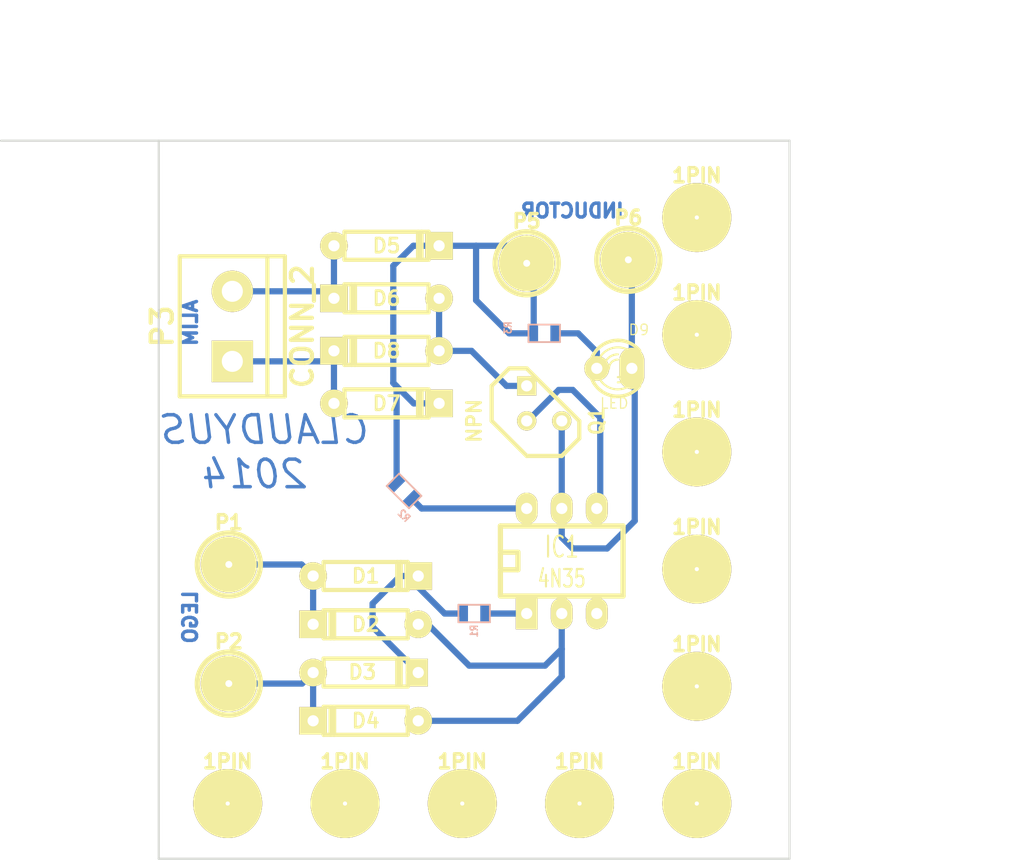
<source format=kicad_pcb>
(kicad_pcb (version 3) (host pcbnew "(2013-mar-13)-testing")

  (general
    (links 25)
    (no_connects 0)
    (area 143.434999 92.634999 200.735001 144.855001)
    (thickness 1.6)
    (drawings 10)
    (tracks 68)
    (zones 0)
    (modules 29)
    (nets 14)
  )

  (page A4)
  (title_block
    (title "Lego Mag")
    (date "23 lug 2014")
    (rev 1)
    (company "Claudio Mignanti")
  )

  (layers
    (15 F.Cu signal)
    (0 B.Cu signal)
    (16 B.Adhes user)
    (17 F.Adhes user)
    (18 B.Paste user)
    (19 F.Paste user)
    (20 B.SilkS user)
    (21 F.SilkS user)
    (22 B.Mask user)
    (23 F.Mask user)
    (24 Dwgs.User user)
    (25 Cmts.User user)
    (26 Eco1.User user)
    (27 Eco2.User user)
    (28 Edge.Cuts user)
  )

  (setup
    (last_trace_width 0.45)
    (trace_clearance 0.34)
    (zone_clearance 0.508)
    (zone_45_only no)
    (trace_min 0.254)
    (segment_width 0.2)
    (edge_width 0.15)
    (via_size 0.889)
    (via_drill 0.635)
    (via_min_size 0.889)
    (via_min_drill 0.508)
    (uvia_size 0.508)
    (uvia_drill 0.127)
    (uvias_allowed no)
    (uvia_min_size 0.508)
    (uvia_min_drill 0.127)
    (pcb_text_width 0.3)
    (pcb_text_size 1 1)
    (mod_edge_width 0.15)
    (mod_text_size 1 1)
    (mod_text_width 0.15)
    (pad_size 3 3)
    (pad_drill 1.524)
    (pad_to_mask_clearance 0)
    (aux_axis_origin 0 0)
    (visible_elements FFFFFF7F)
    (pcbplotparams
      (layerselection 3178497)
      (usegerberextensions true)
      (excludeedgelayer true)
      (linewidth 0.150000)
      (plotframeref false)
      (viasonmask false)
      (mode 1)
      (useauxorigin false)
      (hpglpennumber 1)
      (hpglpenspeed 20)
      (hpglpendiameter 15)
      (hpglpenoverlay 2)
      (psnegative false)
      (psa4output false)
      (plotreference true)
      (plotvalue true)
      (plotothertext true)
      (plotinvisibletext false)
      (padsonsilk false)
      (subtractmaskfromsilk false)
      (outputformat 1)
      (mirror false)
      (drillshape 1)
      (scaleselection 1)
      (outputdirectory ""))
  )

  (net 0 "")
  (net 1 GND)
  (net 2 N-000001)
  (net 3 N-0000010)
  (net 4 N-0000011)
  (net 5 N-0000012)
  (net 6 N-0000013)
  (net 7 N-0000014)
  (net 8 N-0000015)
  (net 9 N-000004)
  (net 10 N-000005)
  (net 11 N-000006)
  (net 12 N-000007)
  (net 13 N-000008)

  (net_class Default "Questo è il gruppo di collegamenti predefinito"
    (clearance 0.34)
    (trace_width 0.45)
    (via_dia 0.889)
    (via_drill 0.635)
    (uvia_dia 0.508)
    (uvia_drill 0.127)
    (add_net "")
    (add_net GND)
    (add_net N-000001)
    (add_net N-0000010)
    (add_net N-0000011)
    (add_net N-0000012)
    (add_net N-0000013)
    (add_net N-0000014)
    (add_net N-0000015)
    (add_net N-000004)
    (add_net N-000005)
    (add_net N-000006)
    (add_net N-000007)
    (add_net N-000008)
  )

  (module 1pin (layer F.Cu) (tedit 53D01957) (tstamp 53D074A6)
    (at 193.94 98.28)
    (descr "module 1 pin (ou trou mecanique de percage)")
    (tags DEV)
    (path 1pin)
    (fp_text reference 1PIN (at 0 -3.048) (layer F.SilkS)
      (effects (font (size 1.016 1.016) (thickness 0.254)))
    )
    (fp_text value P*** (at 0 2.794) (layer F.SilkS) hide
      (effects (font (size 1.016 1.016) (thickness 0.254)))
    )
    (fp_circle (center 0 0) (end 0 -2.286) (layer F.SilkS) (width 0.381))
    (pad 1 thru_hole circle (at 0 0) (size 5 5) (drill 0.3)
      (layers *.Cu *.Mask F.SilkS)
    )
  )

  (module 1pin (layer F.Cu) (tedit 53D01957) (tstamp 53D0749B)
    (at 193.94 106.78)
    (descr "module 1 pin (ou trou mecanique de percage)")
    (tags DEV)
    (path 1pin)
    (fp_text reference 1PIN (at 0 -3.048) (layer F.SilkS)
      (effects (font (size 1.016 1.016) (thickness 0.254)))
    )
    (fp_text value P*** (at 0 2.794) (layer F.SilkS) hide
      (effects (font (size 1.016 1.016) (thickness 0.254)))
    )
    (fp_circle (center 0 0) (end 0 -2.286) (layer F.SilkS) (width 0.381))
    (pad 1 thru_hole circle (at 0 0) (size 5 5) (drill 0.3)
      (layers *.Cu *.Mask F.SilkS)
    )
  )

  (module 1pin (layer F.Cu) (tedit 53D01957) (tstamp 53D07490)
    (at 193.94 115.28)
    (descr "module 1 pin (ou trou mecanique de percage)")
    (tags DEV)
    (path 1pin)
    (fp_text reference 1PIN (at 0 -3.048) (layer F.SilkS)
      (effects (font (size 1.016 1.016) (thickness 0.254)))
    )
    (fp_text value P*** (at 0 2.794) (layer F.SilkS) hide
      (effects (font (size 1.016 1.016) (thickness 0.254)))
    )
    (fp_circle (center 0 0) (end 0 -2.286) (layer F.SilkS) (width 0.381))
    (pad 1 thru_hole circle (at 0 0) (size 5 5) (drill 0.3)
      (layers *.Cu *.Mask F.SilkS)
    )
  )

  (module 1pin (layer F.Cu) (tedit 53D01957) (tstamp 53D07485)
    (at 193.94 123.78)
    (descr "module 1 pin (ou trou mecanique de percage)")
    (tags DEV)
    (path 1pin)
    (fp_text reference 1PIN (at 0 -3.048) (layer F.SilkS)
      (effects (font (size 1.016 1.016) (thickness 0.254)))
    )
    (fp_text value P*** (at 0 2.794) (layer F.SilkS) hide
      (effects (font (size 1.016 1.016) (thickness 0.254)))
    )
    (fp_circle (center 0 0) (end 0 -2.286) (layer F.SilkS) (width 0.381))
    (pad 1 thru_hole circle (at 0 0) (size 5 5) (drill 0.3)
      (layers *.Cu *.Mask F.SilkS)
    )
  )

  (module 1pin (layer F.Cu) (tedit 53D01957) (tstamp 53D0747A)
    (at 193.94 132.28)
    (descr "module 1 pin (ou trou mecanique de percage)")
    (tags DEV)
    (path 1pin)
    (fp_text reference 1PIN (at 0 -3.048) (layer F.SilkS)
      (effects (font (size 1.016 1.016) (thickness 0.254)))
    )
    (fp_text value P*** (at 0 2.794) (layer F.SilkS) hide
      (effects (font (size 1.016 1.016) (thickness 0.254)))
    )
    (fp_circle (center 0 0) (end 0 -2.286) (layer F.SilkS) (width 0.381))
    (pad 1 thru_hole circle (at 0 0) (size 5 5) (drill 0.3)
      (layers *.Cu *.Mask F.SilkS)
    )
  )

  (module 1pin (layer F.Cu) (tedit 53D01957) (tstamp 53D07455)
    (at 193.94 140.78)
    (descr "module 1 pin (ou trou mecanique de percage)")
    (tags DEV)
    (path 1pin)
    (fp_text reference 1PIN (at 0 -3.048) (layer F.SilkS)
      (effects (font (size 1.016 1.016) (thickness 0.254)))
    )
    (fp_text value P*** (at 0 2.794) (layer F.SilkS) hide
      (effects (font (size 1.016 1.016) (thickness 0.254)))
    )
    (fp_circle (center 0 0) (end 0 -2.286) (layer F.SilkS) (width 0.381))
    (pad 1 thru_hole circle (at 0 0) (size 5 5) (drill 0.3)
      (layers *.Cu *.Mask F.SilkS)
    )
  )

  (module 1pin (layer F.Cu) (tedit 53D01957) (tstamp 53D07444)
    (at 185.44 140.78)
    (descr "module 1 pin (ou trou mecanique de percage)")
    (tags DEV)
    (path 1pin)
    (fp_text reference 1PIN (at 0 -3.048) (layer F.SilkS)
      (effects (font (size 1.016 1.016) (thickness 0.254)))
    )
    (fp_text value P*** (at 0 2.794) (layer F.SilkS) hide
      (effects (font (size 1.016 1.016) (thickness 0.254)))
    )
    (fp_circle (center 0 0) (end 0 -2.286) (layer F.SilkS) (width 0.381))
    (pad 1 thru_hole circle (at 0 0) (size 5 5) (drill 0.3)
      (layers *.Cu *.Mask F.SilkS)
    )
  )

  (module 1pin (layer F.Cu) (tedit 53D01957) (tstamp 53D0743F)
    (at 176.94 140.78)
    (descr "module 1 pin (ou trou mecanique de percage)")
    (tags DEV)
    (path 1pin)
    (fp_text reference 1PIN (at 0 -3.048) (layer F.SilkS)
      (effects (font (size 1.016 1.016) (thickness 0.254)))
    )
    (fp_text value P*** (at 0 2.794) (layer F.SilkS) hide
      (effects (font (size 1.016 1.016) (thickness 0.254)))
    )
    (fp_circle (center 0 0) (end 0 -2.286) (layer F.SilkS) (width 0.381))
    (pad 1 thru_hole circle (at 0 0) (size 5 5) (drill 0.3)
      (layers *.Cu *.Mask F.SilkS)
    )
  )

  (module 1pin (layer F.Cu) (tedit 53D01957) (tstamp 53D07419)
    (at 168.44 140.78)
    (descr "module 1 pin (ou trou mecanique de percage)")
    (tags DEV)
    (path 1pin)
    (fp_text reference 1PIN (at 0 -3.048) (layer F.SilkS)
      (effects (font (size 1.016 1.016) (thickness 0.254)))
    )
    (fp_text value P*** (at 0 2.794) (layer F.SilkS) hide
      (effects (font (size 1.016 1.016) (thickness 0.254)))
    )
    (fp_circle (center 0 0) (end 0 -2.286) (layer F.SilkS) (width 0.381))
    (pad 1 thru_hole circle (at 0 0) (size 5 5) (drill 0.3)
      (layers *.Cu *.Mask F.SilkS)
    )
  )

  (module D3 (layer F.Cu) (tedit 53D366DB) (tstamp 53D0140A)
    (at 169.94 124.28)
    (descr "Diode 3 pas")
    (tags "DIODE DEV")
    (path /53D008F6)
    (fp_text reference D1 (at 0 0) (layer F.SilkS)
      (effects (font (size 1.016 1.016) (thickness 0.2032)))
    )
    (fp_text value DIODE (at 0 0) (layer F.SilkS) hide
      (effects (font (size 1.016 1.016) (thickness 0.2032)))
    )
    (fp_line (start 3.81 0) (end 3.048 0) (layer F.SilkS) (width 0.3048))
    (fp_line (start 3.048 0) (end 3.048 -1.016) (layer F.SilkS) (width 0.3048))
    (fp_line (start 3.048 -1.016) (end -3.048 -1.016) (layer F.SilkS) (width 0.3048))
    (fp_line (start -3.048 -1.016) (end -3.048 0) (layer F.SilkS) (width 0.3048))
    (fp_line (start -3.048 0) (end -3.81 0) (layer F.SilkS) (width 0.3048))
    (fp_line (start -3.048 0) (end -3.048 1.016) (layer F.SilkS) (width 0.3048))
    (fp_line (start -3.048 1.016) (end 3.048 1.016) (layer F.SilkS) (width 0.3048))
    (fp_line (start 3.048 1.016) (end 3.048 0) (layer F.SilkS) (width 0.3048))
    (fp_line (start 2.54 -1.016) (end 2.54 1.016) (layer F.SilkS) (width 0.3048))
    (fp_line (start 2.286 1.016) (end 2.286 -1.016) (layer F.SilkS) (width 0.3048))
    (pad 2 thru_hole rect (at 3.81 0) (size 2 2) (drill 0.8128)
      (layers *.Cu *.Mask F.SilkS)
      (net 8 N-0000015)
    )
    (pad 1 thru_hole circle (at -3.81 0) (size 2 2) (drill 0.8128)
      (layers *.Cu *.Mask F.SilkS)
      (net 7 N-0000014)
    )
    (model discret/diode.wrl
      (at (xyz 0 0 0))
      (scale (xyz 0.3 0.3 0.3))
      (rotate (xyz 0 0 0))
    )
  )

  (module D3 (layer F.Cu) (tedit 53D366E0) (tstamp 53D01218)
    (at 169.94 127.78 180)
    (descr "Diode 3 pas")
    (tags "DIODE DEV")
    (path /53D00903)
    (fp_text reference D2 (at 0 0 180) (layer F.SilkS)
      (effects (font (size 1.016 1.016) (thickness 0.2032)))
    )
    (fp_text value DIODE (at 0 0 180) (layer F.SilkS) hide
      (effects (font (size 1.016 1.016) (thickness 0.2032)))
    )
    (fp_line (start 3.81 0) (end 3.048 0) (layer F.SilkS) (width 0.3048))
    (fp_line (start 3.048 0) (end 3.048 -1.016) (layer F.SilkS) (width 0.3048))
    (fp_line (start 3.048 -1.016) (end -3.048 -1.016) (layer F.SilkS) (width 0.3048))
    (fp_line (start -3.048 -1.016) (end -3.048 0) (layer F.SilkS) (width 0.3048))
    (fp_line (start -3.048 0) (end -3.81 0) (layer F.SilkS) (width 0.3048))
    (fp_line (start -3.048 0) (end -3.048 1.016) (layer F.SilkS) (width 0.3048))
    (fp_line (start -3.048 1.016) (end 3.048 1.016) (layer F.SilkS) (width 0.3048))
    (fp_line (start 3.048 1.016) (end 3.048 0) (layer F.SilkS) (width 0.3048))
    (fp_line (start 2.54 -1.016) (end 2.54 1.016) (layer F.SilkS) (width 0.3048))
    (fp_line (start 2.286 1.016) (end 2.286 -1.016) (layer F.SilkS) (width 0.3048))
    (pad 2 thru_hole rect (at 3.81 0 180) (size 2 2) (drill 0.8128)
      (layers *.Cu *.Mask F.SilkS)
      (net 7 N-0000014)
    )
    (pad 1 thru_hole circle (at -3.81 0 180) (size 2 2) (drill 0.8128)
      (layers *.Cu *.Mask F.SilkS)
      (net 5 N-0000012)
    )
    (model discret/diode.wrl
      (at (xyz 0 0 0))
      (scale (xyz 0.3 0.3 0.3))
      (rotate (xyz 0 0 0))
    )
  )

  (module D3 (layer F.Cu) (tedit 53D366BA) (tstamp 53D01228)
    (at 169.94 131.28)
    (descr "Diode 3 pas")
    (tags "DIODE DEV")
    (path /53D0092C)
    (fp_text reference D3 (at -0.24 -0.03) (layer F.SilkS)
      (effects (font (size 1.016 1.016) (thickness 0.2032)))
    )
    (fp_text value DIODE (at 0 0) (layer F.SilkS) hide
      (effects (font (size 1.016 1.016) (thickness 0.2032)))
    )
    (fp_line (start 3.81 0) (end 3.048 0) (layer F.SilkS) (width 0.3048))
    (fp_line (start 3.048 0) (end 3.048 -1.016) (layer F.SilkS) (width 0.3048))
    (fp_line (start 3.048 -1.016) (end -3.048 -1.016) (layer F.SilkS) (width 0.3048))
    (fp_line (start -3.048 -1.016) (end -3.048 0) (layer F.SilkS) (width 0.3048))
    (fp_line (start -3.048 0) (end -3.81 0) (layer F.SilkS) (width 0.3048))
    (fp_line (start -3.048 0) (end -3.048 1.016) (layer F.SilkS) (width 0.3048))
    (fp_line (start -3.048 1.016) (end 3.048 1.016) (layer F.SilkS) (width 0.3048))
    (fp_line (start 3.048 1.016) (end 3.048 0) (layer F.SilkS) (width 0.3048))
    (fp_line (start 2.54 -1.016) (end 2.54 1.016) (layer F.SilkS) (width 0.3048))
    (fp_line (start 2.286 1.016) (end 2.286 -1.016) (layer F.SilkS) (width 0.3048))
    (pad 2 thru_hole rect (at 3.81 0) (size 1.397 2) (drill 0.8128)
      (layers *.Cu *.Mask F.SilkS)
      (net 8 N-0000015)
    )
    (pad 1 thru_hole circle (at -3.81 0) (size 2 2) (drill 0.8128)
      (layers *.Cu *.Mask F.SilkS)
      (net 2 N-000001)
    )
    (model discret/diode.wrl
      (at (xyz 0 0 0))
      (scale (xyz 0.3 0.3 0.3))
      (rotate (xyz 0 0 0))
    )
  )

  (module D3 (layer F.Cu) (tedit 53D366BF) (tstamp 53D364D7)
    (at 169.94 134.78 180)
    (descr "Diode 3 pas")
    (tags "DIODE DEV")
    (path /53D00932)
    (fp_text reference D4 (at 0 0 180) (layer F.SilkS)
      (effects (font (size 1.016 1.016) (thickness 0.2032)))
    )
    (fp_text value DIODE (at 0 0 180) (layer F.SilkS) hide
      (effects (font (size 1.016 1.016) (thickness 0.2032)))
    )
    (fp_line (start 3.81 0) (end 3.048 0) (layer F.SilkS) (width 0.3048))
    (fp_line (start 3.048 0) (end 3.048 -1.016) (layer F.SilkS) (width 0.3048))
    (fp_line (start 3.048 -1.016) (end -3.048 -1.016) (layer F.SilkS) (width 0.3048))
    (fp_line (start -3.048 -1.016) (end -3.048 0) (layer F.SilkS) (width 0.3048))
    (fp_line (start -3.048 0) (end -3.81 0) (layer F.SilkS) (width 0.3048))
    (fp_line (start -3.048 0) (end -3.048 1.016) (layer F.SilkS) (width 0.3048))
    (fp_line (start -3.048 1.016) (end 3.048 1.016) (layer F.SilkS) (width 0.3048))
    (fp_line (start 3.048 1.016) (end 3.048 0) (layer F.SilkS) (width 0.3048))
    (fp_line (start 2.54 -1.016) (end 2.54 1.016) (layer F.SilkS) (width 0.3048))
    (fp_line (start 2.286 1.016) (end 2.286 -1.016) (layer F.SilkS) (width 0.3048))
    (pad 2 thru_hole rect (at 3.81 0 180) (size 2 2) (drill 0.8128)
      (layers *.Cu *.Mask F.SilkS)
      (net 2 N-000001)
    )
    (pad 1 thru_hole circle (at -3.81 0 180) (size 2 2) (drill 0.8128)
      (layers *.Cu *.Mask F.SilkS)
      (net 5 N-0000012)
    )
    (model discret/diode.wrl
      (at (xyz 0 0 0))
      (scale (xyz 0.3 0.3 0.3))
      (rotate (xyz 0 0 0))
    )
  )

  (module D3 (layer F.Cu) (tedit 53D366FA) (tstamp 53D01248)
    (at 171.45 100.33)
    (descr "Diode 3 pas")
    (tags "DIODE DEV")
    (path /53D009F6)
    (fp_text reference D5 (at 0 0 180) (layer F.SilkS)
      (effects (font (size 1.016 1.016) (thickness 0.2032)))
    )
    (fp_text value DIODE (at 0 0) (layer F.SilkS) hide
      (effects (font (size 1.016 1.016) (thickness 0.2032)))
    )
    (fp_line (start 3.81 0) (end 3.048 0) (layer F.SilkS) (width 0.3048))
    (fp_line (start 3.048 0) (end 3.048 -1.016) (layer F.SilkS) (width 0.3048))
    (fp_line (start 3.048 -1.016) (end -3.048 -1.016) (layer F.SilkS) (width 0.3048))
    (fp_line (start -3.048 -1.016) (end -3.048 0) (layer F.SilkS) (width 0.3048))
    (fp_line (start -3.048 0) (end -3.81 0) (layer F.SilkS) (width 0.3048))
    (fp_line (start -3.048 0) (end -3.048 1.016) (layer F.SilkS) (width 0.3048))
    (fp_line (start -3.048 1.016) (end 3.048 1.016) (layer F.SilkS) (width 0.3048))
    (fp_line (start 3.048 1.016) (end 3.048 0) (layer F.SilkS) (width 0.3048))
    (fp_line (start 2.54 -1.016) (end 2.54 1.016) (layer F.SilkS) (width 0.3048))
    (fp_line (start 2.286 1.016) (end 2.286 -1.016) (layer F.SilkS) (width 0.3048))
    (pad 2 thru_hole rect (at 3.81 0) (size 2 2) (drill 0.8128)
      (layers *.Cu *.Mask F.SilkS)
      (net 4 N-0000011)
    )
    (pad 1 thru_hole circle (at -3.81 0) (size 2 2) (drill 0.8128)
      (layers *.Cu *.Mask F.SilkS)
      (net 13 N-000008)
    )
    (model discret/diode.wrl
      (at (xyz 0 0 0))
      (scale (xyz 0.3 0.3 0.3))
      (rotate (xyz 0 0 0))
    )
  )

  (module D3 (layer F.Cu) (tedit 53D366FE) (tstamp 53D01258)
    (at 171.45 104.14 180)
    (descr "Diode 3 pas")
    (tags "DIODE DEV")
    (path /53D00A0D)
    (fp_text reference D6 (at 0 0 180) (layer F.SilkS)
      (effects (font (size 1.016 1.016) (thickness 0.2032)))
    )
    (fp_text value DIODE (at 0 0 180) (layer F.SilkS) hide
      (effects (font (size 1.016 1.016) (thickness 0.2032)))
    )
    (fp_line (start 3.81 0) (end 3.048 0) (layer F.SilkS) (width 0.3048))
    (fp_line (start 3.048 0) (end 3.048 -1.016) (layer F.SilkS) (width 0.3048))
    (fp_line (start 3.048 -1.016) (end -3.048 -1.016) (layer F.SilkS) (width 0.3048))
    (fp_line (start -3.048 -1.016) (end -3.048 0) (layer F.SilkS) (width 0.3048))
    (fp_line (start -3.048 0) (end -3.81 0) (layer F.SilkS) (width 0.3048))
    (fp_line (start -3.048 0) (end -3.048 1.016) (layer F.SilkS) (width 0.3048))
    (fp_line (start -3.048 1.016) (end 3.048 1.016) (layer F.SilkS) (width 0.3048))
    (fp_line (start 3.048 1.016) (end 3.048 0) (layer F.SilkS) (width 0.3048))
    (fp_line (start 2.54 -1.016) (end 2.54 1.016) (layer F.SilkS) (width 0.3048))
    (fp_line (start 2.286 1.016) (end 2.286 -1.016) (layer F.SilkS) (width 0.3048))
    (pad 2 thru_hole rect (at 3.81 0 180) (size 2 2) (drill 0.8128)
      (layers *.Cu *.Mask F.SilkS)
      (net 13 N-000008)
    )
    (pad 1 thru_hole circle (at -3.81 0 180) (size 2 2) (drill 0.8128)
      (layers *.Cu *.Mask F.SilkS)
      (net 1 GND)
    )
    (model discret/diode.wrl
      (at (xyz 0 0 0))
      (scale (xyz 0.3 0.3 0.3))
      (rotate (xyz 0 0 0))
    )
  )

  (module D3 (layer F.Cu) (tedit 53D36717) (tstamp 53D01268)
    (at 171.45 111.76)
    (descr "Diode 3 pas")
    (tags "DIODE DEV")
    (path /53D00A13)
    (fp_text reference D7 (at 0 0) (layer F.SilkS)
      (effects (font (size 1.016 1.016) (thickness 0.2032)))
    )
    (fp_text value DIODE (at 0 0) (layer F.SilkS) hide
      (effects (font (size 1.016 1.016) (thickness 0.2032)))
    )
    (fp_line (start 3.81 0) (end 3.048 0) (layer F.SilkS) (width 0.3048))
    (fp_line (start 3.048 0) (end 3.048 -1.016) (layer F.SilkS) (width 0.3048))
    (fp_line (start 3.048 -1.016) (end -3.048 -1.016) (layer F.SilkS) (width 0.3048))
    (fp_line (start -3.048 -1.016) (end -3.048 0) (layer F.SilkS) (width 0.3048))
    (fp_line (start -3.048 0) (end -3.81 0) (layer F.SilkS) (width 0.3048))
    (fp_line (start -3.048 0) (end -3.048 1.016) (layer F.SilkS) (width 0.3048))
    (fp_line (start -3.048 1.016) (end 3.048 1.016) (layer F.SilkS) (width 0.3048))
    (fp_line (start 3.048 1.016) (end 3.048 0) (layer F.SilkS) (width 0.3048))
    (fp_line (start 2.54 -1.016) (end 2.54 1.016) (layer F.SilkS) (width 0.3048))
    (fp_line (start 2.286 1.016) (end 2.286 -1.016) (layer F.SilkS) (width 0.3048))
    (pad 2 thru_hole rect (at 3.81 0) (size 2 2) (drill 0.8128)
      (layers *.Cu *.Mask F.SilkS)
      (net 4 N-0000011)
    )
    (pad 1 thru_hole circle (at -3.81 0) (size 2 2) (drill 0.8128)
      (layers *.Cu *.Mask F.SilkS)
      (net 3 N-0000010)
    )
    (model discret/diode.wrl
      (at (xyz 0 0 0))
      (scale (xyz 0.3 0.3 0.3))
      (rotate (xyz 0 0 0))
    )
  )

  (module D3 (layer F.Cu) (tedit 53D3670C) (tstamp 53D01278)
    (at 171.45 107.95 180)
    (descr "Diode 3 pas")
    (tags "DIODE DEV")
    (path /53D00A19)
    (fp_text reference D8 (at 0 0 180) (layer F.SilkS)
      (effects (font (size 1.016 1.016) (thickness 0.2032)))
    )
    (fp_text value DIODE (at 0 0 180) (layer F.SilkS) hide
      (effects (font (size 1.016 1.016) (thickness 0.2032)))
    )
    (fp_line (start 3.81 0) (end 3.048 0) (layer F.SilkS) (width 0.3048))
    (fp_line (start 3.048 0) (end 3.048 -1.016) (layer F.SilkS) (width 0.3048))
    (fp_line (start 3.048 -1.016) (end -3.048 -1.016) (layer F.SilkS) (width 0.3048))
    (fp_line (start -3.048 -1.016) (end -3.048 0) (layer F.SilkS) (width 0.3048))
    (fp_line (start -3.048 0) (end -3.81 0) (layer F.SilkS) (width 0.3048))
    (fp_line (start -3.048 0) (end -3.048 1.016) (layer F.SilkS) (width 0.3048))
    (fp_line (start -3.048 1.016) (end 3.048 1.016) (layer F.SilkS) (width 0.3048))
    (fp_line (start 3.048 1.016) (end 3.048 0) (layer F.SilkS) (width 0.3048))
    (fp_line (start 2.54 -1.016) (end 2.54 1.016) (layer F.SilkS) (width 0.3048))
    (fp_line (start 2.286 1.016) (end 2.286 -1.016) (layer F.SilkS) (width 0.3048))
    (pad 2 thru_hole rect (at 3.81 0 180) (size 2 2) (drill 0.8128)
      (layers *.Cu *.Mask F.SilkS)
      (net 3 N-0000010)
    )
    (pad 1 thru_hole circle (at -3.81 0 180) (size 2 2) (drill 0.8128)
      (layers *.Cu *.Mask F.SilkS)
      (net 1 GND)
    )
    (model discret/diode.wrl
      (at (xyz 0 0 0))
      (scale (xyz 0.3 0.3 0.3))
      (rotate (xyz 0 0 0))
    )
  )

  (module LED-3MM (layer F.Cu) (tedit 53D3672F) (tstamp 53D01291)
    (at 187.96 109.22)
    (descr "LED 3mm - Lead pitch 100mil (2,54mm)")
    (tags "LED led 3mm 3MM 100mil 2,54mm")
    (path /53D00D96)
    (fp_text reference D9 (at 1.778 -2.794) (layer F.SilkS)
      (effects (font (size 0.762 0.762) (thickness 0.0889)))
    )
    (fp_text value LED (at 0 2.54) (layer F.SilkS)
      (effects (font (size 0.762 0.762) (thickness 0.0889)))
    )
    (fp_line (start 1.8288 1.27) (end 1.8288 -1.27) (layer F.SilkS) (width 0.254))
    (fp_arc (start 0.254 0) (end -1.27 0) (angle 39.8) (layer F.SilkS) (width 0.1524))
    (fp_arc (start 0.254 0) (end -0.88392 1.01092) (angle 41.6) (layer F.SilkS) (width 0.1524))
    (fp_arc (start 0.254 0) (end 1.4097 -0.9906) (angle 40.6) (layer F.SilkS) (width 0.1524))
    (fp_arc (start 0.254 0) (end 1.778 0) (angle 39.8) (layer F.SilkS) (width 0.1524))
    (fp_arc (start 0.254 0) (end 0.254 -1.524) (angle 54.4) (layer F.SilkS) (width 0.1524))
    (fp_arc (start 0.254 0) (end -0.9652 -0.9144) (angle 53.1) (layer F.SilkS) (width 0.1524))
    (fp_arc (start 0.254 0) (end 1.45542 0.93472) (angle 52.1) (layer F.SilkS) (width 0.1524))
    (fp_arc (start 0.254 0) (end 0.254 1.524) (angle 52.1) (layer F.SilkS) (width 0.1524))
    (fp_arc (start 0.254 0) (end -0.381 0) (angle 90) (layer F.SilkS) (width 0.1524))
    (fp_arc (start 0.254 0) (end -0.762 0) (angle 90) (layer F.SilkS) (width 0.1524))
    (fp_arc (start 0.254 0) (end 0.889 0) (angle 90) (layer F.SilkS) (width 0.1524))
    (fp_arc (start 0.254 0) (end 1.27 0) (angle 90) (layer F.SilkS) (width 0.1524))
    (fp_arc (start 0.254 0) (end 0.254 -2.032) (angle 50.1) (layer F.SilkS) (width 0.254))
    (fp_arc (start 0.254 0) (end -1.5367 -0.95504) (angle 61.9) (layer F.SilkS) (width 0.254))
    (fp_arc (start 0.254 0) (end 1.8034 1.31064) (angle 49.7) (layer F.SilkS) (width 0.254))
    (fp_arc (start 0.254 0) (end 0.254 2.032) (angle 60.2) (layer F.SilkS) (width 0.254))
    (fp_arc (start 0.254 0) (end -1.778 0) (angle 28.3) (layer F.SilkS) (width 0.254))
    (fp_arc (start 0.254 0) (end -1.47574 1.06426) (angle 31.6) (layer F.SilkS) (width 0.254))
    (pad 1 thru_hole circle (at -1.27 0) (size 1.8 1.8) (drill 0.8128)
      (layers *.Cu *.Mask F.SilkS)
      (net 10 N-000005)
    )
    (pad 2 thru_hole oval (at 1.27 0) (size 1.8 3) (drill 0.8128)
      (layers *.Cu *.Mask F.SilkS)
      (net 9 N-000004)
    )
    (model discret/leds/led3_vertical_verde.wrl
      (at (xyz 0 0 0))
      (scale (xyz 1 1 1))
      (rotate (xyz 0 0 0))
    )
  )

  (module 1pin (layer F.Cu) (tedit 53D01495) (tstamp 53D01297)
    (at 160.02 123.444)
    (descr "module 1 pin (ou trou mecanique de percage)")
    (tags DEV)
    (path /53D00970)
    (fp_text reference P1 (at 0 -3.048) (layer F.SilkS)
      (effects (font (size 1.016 1.016) (thickness 0.254)))
    )
    (fp_text value CONN_1 (at 0 2.794) (layer F.SilkS) hide
      (effects (font (size 1.016 1.016) (thickness 0.254)))
    )
    (fp_circle (center 0 0) (end 0 -2.286) (layer F.SilkS) (width 0.381))
    (pad 1 thru_hole circle (at 0 0) (size 4.064 4.064) (drill 0.5)
      (layers *.Cu *.Mask F.SilkS)
      (net 7 N-0000014)
    )
  )

  (module 1pin (layer F.Cu) (tedit 53D014A4) (tstamp 53D0129D)
    (at 160.02 132.08)
    (descr "module 1 pin (ou trou mecanique de percage)")
    (tags DEV)
    (path /53D00987)
    (fp_text reference P2 (at 0 -3.048) (layer F.SilkS)
      (effects (font (size 1.016 1.016) (thickness 0.254)))
    )
    (fp_text value CONN_1 (at 0 2.794) (layer F.SilkS) hide
      (effects (font (size 1.016 1.016) (thickness 0.254)))
    )
    (fp_circle (center 0 0) (end 0 -2.286) (layer F.SilkS) (width 0.381))
    (pad 1 thru_hole circle (at 0 0) (size 4.064 4.064) (drill 0.5)
      (layers *.Cu *.Mask F.SilkS)
      (net 2 N-000001)
    )
  )

  (module bornier2 (layer F.Cu) (tedit 53D36749) (tstamp 53D012A8)
    (at 160.274 106.172 90)
    (descr "Bornier d'alimentation 2 pins")
    (tags DEV)
    (path /53D01705)
    (fp_text reference P3 (at 0 -5.08 90) (layer F.SilkS)
      (effects (font (thickness 0.3048)))
    )
    (fp_text value CONN_2 (at 0 5.08 90) (layer F.SilkS)
      (effects (font (thickness 0.3048)))
    )
    (fp_line (start 5.08 2.54) (end -5.08 2.54) (layer F.SilkS) (width 0.3048))
    (fp_line (start 5.08 3.81) (end 5.08 -3.81) (layer F.SilkS) (width 0.3048))
    (fp_line (start 5.08 -3.81) (end -5.08 -3.81) (layer F.SilkS) (width 0.3048))
    (fp_line (start -5.08 -3.81) (end -5.08 3.81) (layer F.SilkS) (width 0.3048))
    (fp_line (start -5.08 3.81) (end 5.08 3.81) (layer F.SilkS) (width 0.3048))
    (pad 1 thru_hole rect (at -2.54 0 90) (size 3 3) (drill 1.524)
      (layers *.Cu *.Mask F.SilkS)
      (net 3 N-0000010)
    )
    (pad 2 thru_hole circle (at 2.54 0 90) (size 3 3) (drill 1.524)
      (layers *.Cu *.Mask F.SilkS)
      (net 13 N-000008)
    )
    (model device/bornier_2.wrl
      (at (xyz 0 0 0))
      (scale (xyz 1 1 1))
      (rotate (xyz 0 0 0))
    )
  )

  (module 1pin (layer F.Cu) (tedit 53D014B3) (tstamp 53D012AE)
    (at 181.61 101.6)
    (descr "module 1 pin (ou trou mecanique de percage)")
    (tags DEV)
    (path /53D00CE9)
    (fp_text reference P5 (at 0 -3.048) (layer F.SilkS)
      (effects (font (size 1.016 1.016) (thickness 0.254)))
    )
    (fp_text value CONN_1 (at 0 2.794) (layer F.SilkS) hide
      (effects (font (size 1.016 1.016) (thickness 0.254)))
    )
    (fp_circle (center 0 0) (end 0 -2.286) (layer F.SilkS) (width 0.381))
    (pad 1 thru_hole circle (at 0 0) (size 4.064 4.064) (drill 0.5)
      (layers *.Cu *.Mask F.SilkS)
      (net 4 N-0000011)
    )
  )

  (module 1pin (layer F.Cu) (tedit 53D014BA) (tstamp 53D012B4)
    (at 188.976 101.346)
    (descr "module 1 pin (ou trou mecanique de percage)")
    (tags DEV)
    (path /53D00CEF)
    (fp_text reference P6 (at 0 -3.048) (layer F.SilkS)
      (effects (font (size 1.016 1.016) (thickness 0.254)))
    )
    (fp_text value CONN_1 (at 0 2.794) (layer F.SilkS) hide
      (effects (font (size 1.016 1.016) (thickness 0.254)))
    )
    (fp_circle (center 0 0) (end 0 -2.286) (layer F.SilkS) (width 0.381))
    (pad 1 thru_hole circle (at 0 0) (size 4.064 4.064) (drill 0.5)
      (layers *.Cu *.Mask F.SilkS)
      (net 9 N-000004)
    )
  )

  (module TO92 (layer F.Cu) (tedit 443CFFD1) (tstamp 53D012C3)
    (at 182.88 111.76 90)
    (descr "Transistor TO92 brochage type BC237")
    (tags "TR TO92")
    (path /53D00B39)
    (fp_text reference Q1 (at -1.27 3.81 90) (layer F.SilkS)
      (effects (font (size 1.016 1.016) (thickness 0.2032)))
    )
    (fp_text value NPN (at -1.27 -5.08 90) (layer F.SilkS)
      (effects (font (size 1.016 1.016) (thickness 0.2032)))
    )
    (fp_line (start -1.27 2.54) (end 2.54 -1.27) (layer F.SilkS) (width 0.3048))
    (fp_line (start 2.54 -1.27) (end 2.54 -2.54) (layer F.SilkS) (width 0.3048))
    (fp_line (start 2.54 -2.54) (end 1.27 -3.81) (layer F.SilkS) (width 0.3048))
    (fp_line (start 1.27 -3.81) (end -1.27 -3.81) (layer F.SilkS) (width 0.3048))
    (fp_line (start -1.27 -3.81) (end -3.81 -1.27) (layer F.SilkS) (width 0.3048))
    (fp_line (start -3.81 -1.27) (end -3.81 1.27) (layer F.SilkS) (width 0.3048))
    (fp_line (start -3.81 1.27) (end -2.54 2.54) (layer F.SilkS) (width 0.3048))
    (fp_line (start -2.54 2.54) (end -1.27 2.54) (layer F.SilkS) (width 0.3048))
    (pad 1 thru_hole rect (at 1.27 -1.27 90) (size 1.397 1.397) (drill 0.8128)
      (layers *.Cu *.Mask F.SilkS)
      (net 1 GND)
    )
    (pad 2 thru_hole circle (at -1.27 -1.27 90) (size 1.397 1.397) (drill 0.8128)
      (layers *.Cu *.Mask F.SilkS)
      (net 11 N-000006)
    )
    (pad 3 thru_hole circle (at -1.27 1.27 90) (size 1.397 1.397) (drill 0.8128)
      (layers *.Cu *.Mask F.SilkS)
      (net 9 N-000004)
    )
    (model discret/to98.wrl
      (at (xyz 0 0 0))
      (scale (xyz 1 1 1))
      (rotate (xyz 0 0 0))
    )
  )

  (module SM0603 (layer B.Cu) (tedit 53D012D2) (tstamp 53D012CD)
    (at 177.8 127)
    (path /53D0093C)
    (attr smd)
    (fp_text reference R1 (at 0 1.27 90) (layer B.SilkS)
      (effects (font (size 0.508 0.4572) (thickness 0.1143)) (justify mirror))
    )
    (fp_text value 330 (at 0 0) (layer B.SilkS) hide
      (effects (font (size 0.508 0.4572) (thickness 0.1143)) (justify mirror))
    )
    (fp_line (start -1.143 0.635) (end 1.143 0.635) (layer B.SilkS) (width 0.127))
    (fp_line (start 1.143 0.635) (end 1.143 -0.635) (layer B.SilkS) (width 0.127))
    (fp_line (start 1.143 -0.635) (end -1.143 -0.635) (layer B.SilkS) (width 0.127))
    (fp_line (start -1.143 -0.635) (end -1.143 0.635) (layer B.SilkS) (width 0.127))
    (pad 1 smd rect (at -0.762 0) (size 0.635 1.143)
      (layers B.Cu B.Paste B.Mask)
      (net 8 N-0000015)
    )
    (pad 2 smd rect (at 0.762 0) (size 0.635 1.143)
      (layers B.Cu B.Paste B.Mask)
      (net 6 N-0000013)
    )
    (model smd\resistors\R0603.wrl
      (at (xyz 0 0 0.001))
      (scale (xyz 0.5 0.5 0.5))
      (rotate (xyz 0 0 0))
    )
  )

  (module SM0603 (layer B.Cu) (tedit 53D01581) (tstamp 53D012D7)
    (at 172.72 118.11 135)
    (path /53D00CF5)
    (attr smd)
    (fp_text reference R2 (at -1.27 -1.27 135) (layer B.SilkS)
      (effects (font (size 0.508 0.4572) (thickness 0.1143)) (justify mirror))
    )
    (fp_text value NC (at 0 0 135) (layer B.SilkS) hide
      (effects (font (size 0.508 0.4572) (thickness 0.1143)) (justify mirror))
    )
    (fp_line (start -1.143 0.635) (end 1.143 0.635) (layer B.SilkS) (width 0.127))
    (fp_line (start 1.143 0.635) (end 1.143 -0.635) (layer B.SilkS) (width 0.127))
    (fp_line (start 1.143 -0.635) (end -1.143 -0.635) (layer B.SilkS) (width 0.127))
    (fp_line (start -1.143 -0.635) (end -1.143 0.635) (layer B.SilkS) (width 0.127))
    (pad 1 smd rect (at -0.762 0 135) (size 0.635 1.143)
      (layers B.Cu B.Paste B.Mask)
      (net 12 N-000007)
    )
    (pad 2 smd rect (at 0.762 0 135) (size 0.635 1.143)
      (layers B.Cu B.Paste B.Mask)
      (net 4 N-0000011)
    )
    (model smd\resistors\R0603.wrl
      (at (xyz 0 0 0.001))
      (scale (xyz 0.5 0.5 0.5))
      (rotate (xyz 0 0 0))
    )
  )

  (module SM0603 (layer B.Cu) (tedit 53D0141E) (tstamp 53D012E1)
    (at 182.88 106.68 180)
    (path /53D00D5B)
    (attr smd)
    (fp_text reference R3 (at 2.6289 0.4064 450) (layer B.SilkS)
      (effects (font (size 0.508 0.4572) (thickness 0.1143)) (justify mirror))
    )
    (fp_text value 470 (at 0 0 180) (layer B.SilkS) hide
      (effects (font (size 0.508 0.4572) (thickness 0.1143)) (justify mirror))
    )
    (fp_line (start -1.143 0.635) (end 1.143 0.635) (layer B.SilkS) (width 0.127))
    (fp_line (start 1.143 0.635) (end 1.143 -0.635) (layer B.SilkS) (width 0.127))
    (fp_line (start 1.143 -0.635) (end -1.143 -0.635) (layer B.SilkS) (width 0.127))
    (fp_line (start -1.143 -0.635) (end -1.143 0.635) (layer B.SilkS) (width 0.127))
    (pad 1 smd rect (at -0.762 0 180) (size 0.635 1.143)
      (layers B.Cu B.Paste B.Mask)
      (net 10 N-000005)
    )
    (pad 2 smd rect (at 0.762 0 180) (size 0.635 1.143)
      (layers B.Cu B.Paste B.Mask)
      (net 4 N-0000011)
    )
    (model smd\resistors\R0603.wrl
      (at (xyz 0 0 0.001))
      (scale (xyz 0.5 0.5 0.5))
      (rotate (xyz 0 0 0))
    )
  )

  (module DIP-6__300_ELL (layer F.Cu) (tedit 4879C789) (tstamp 53D013D9)
    (at 184.15 123.19)
    (descr "6 pins DIL package, elliptical pads")
    (tags DIL)
    (path /53D008C7)
    (fp_text reference IC1 (at 0 -1.016) (layer F.SilkS)
      (effects (font (size 1.524 1.016) (thickness 0.1524)))
    )
    (fp_text value 4N35 (at 0 1.27) (layer F.SilkS)
      (effects (font (size 1.27 0.889) (thickness 0.1524)))
    )
    (fp_line (start -4.445 -2.54) (end 4.445 -2.54) (layer F.SilkS) (width 0.381))
    (fp_line (start 4.445 -2.54) (end 4.445 2.54) (layer F.SilkS) (width 0.381))
    (fp_line (start 4.445 2.54) (end -4.445 2.54) (layer F.SilkS) (width 0.381))
    (fp_line (start -4.445 2.54) (end -4.445 -2.54) (layer F.SilkS) (width 0.381))
    (fp_line (start -4.445 -0.635) (end -3.175 -0.635) (layer F.SilkS) (width 0.381))
    (fp_line (start -3.175 -0.635) (end -3.175 0.635) (layer F.SilkS) (width 0.381))
    (fp_line (start -3.175 0.635) (end -4.445 0.635) (layer F.SilkS) (width 0.381))
    (pad 1 thru_hole rect (at -2.54 3.81) (size 1.5748 2.286) (drill 0.8128)
      (layers *.Cu *.Mask F.SilkS)
      (net 6 N-0000013)
    )
    (pad 2 thru_hole oval (at 0 3.81) (size 1.5748 2.286) (drill 0.8128)
      (layers *.Cu *.Mask F.SilkS)
      (net 5 N-0000012)
    )
    (pad 3 thru_hole oval (at 2.54 3.81) (size 1.5748 2.286) (drill 0.8128)
      (layers *.Cu *.Mask F.SilkS)
    )
    (pad 4 thru_hole oval (at 2.54 -3.81) (size 1.5748 2.286) (drill 0.8128)
      (layers *.Cu *.Mask F.SilkS)
      (net 11 N-000006)
    )
    (pad 5 thru_hole oval (at 0 -3.81) (size 1.5748 2.286) (drill 0.8128)
      (layers *.Cu *.Mask F.SilkS)
      (net 9 N-000004)
    )
    (pad 6 thru_hole oval (at -2.54 -3.81) (size 1.5748 2.286) (drill 0.8128)
      (layers *.Cu *.Mask F.SilkS)
      (net 12 N-000007)
    )
    (model dil/dil_6.wrl
      (at (xyz 0 0 0))
      (scale (xyz 1 1 1))
      (rotate (xyz 0 0 0))
    )
  )

  (module 1pin (layer F.Cu) (tedit 53D01957) (tstamp 53D0736C)
    (at 159.94 140.78)
    (descr "module 1 pin (ou trou mecanique de percage)")
    (tags DEV)
    (path 1pin)
    (fp_text reference 1PIN (at 0 -3.048) (layer F.SilkS)
      (effects (font (size 1.016 1.016) (thickness 0.254)))
    )
    (fp_text value P*** (at 0 2.794) (layer F.SilkS) hide
      (effects (font (size 1.016 1.016) (thickness 0.254)))
    )
    (fp_circle (center 0 0) (end 0 -2.286) (layer F.SilkS) (width 0.381))
    (pad 1 thru_hole circle (at 0 0) (size 5 5) (drill 0.3)
      (layers *.Cu *.Mask F.SilkS)
    )
  )

  (dimension 46 (width 0.25) (layer Eco1.User)
    (gr_text "46,000 mm" (at 177.94 83.78) (layer Eco1.User)
      (effects (font (size 1 1) (thickness 0.25)))
    )
    (feature1 (pts (xy 200.94 89.78) (xy 200.94 82.78)))
    (feature2 (pts (xy 154.94 89.78) (xy 154.94 82.78)))
    (crossbar (pts (xy 154.94 84.78) (xy 200.94 84.78)))
    (arrow1a (pts (xy 200.94 84.78) (xy 199.813496 85.366421)))
    (arrow1b (pts (xy 200.94 84.78) (xy 199.813496 84.193579)))
    (arrow2a (pts (xy 154.94 84.78) (xy 156.066504 85.366421)))
    (arrow2b (pts (xy 154.94 84.78) (xy 156.066504 84.193579)))
  )
  (dimension 52 (width 0.25) (layer Eco1.User)
    (gr_text "52,000 mm" (at 215.94 118.78 90) (layer Eco1.User)
      (effects (font (size 1 1) (thickness 0.25)))
    )
    (feature1 (pts (xy 207.94 92.78) (xy 216.94 92.78)))
    (feature2 (pts (xy 207.94 144.78) (xy 216.94 144.78)))
    (crossbar (pts (xy 214.94 144.78) (xy 214.94 92.78)))
    (arrow1a (pts (xy 214.94 92.78) (xy 215.526421 93.906504)))
    (arrow1b (pts (xy 214.94 92.78) (xy 214.353579 93.906504)))
    (arrow2a (pts (xy 214.94 144.78) (xy 215.526421 143.653496)))
    (arrow2b (pts (xy 214.94 144.78) (xy 214.353579 143.653496)))
  )
  (gr_text "CLAUDYUS \n2014" (at 161.94 115.28) (layer B.Cu)
    (effects (font (size 2 2) (thickness 0.25) italic) (justify mirror))
  )
  (gr_text LEGO (at 157.226 127.254 90) (layer B.Cu)
    (effects (font (size 1 1) (thickness 0.25)) (justify mirror))
  )
  (gr_text ALIM (at 157.226 105.918 90) (layer B.Cu)
    (effects (font (size 1 1) (thickness 0.25)) (justify mirror))
  )
  (gr_text INDUCTOR (at 184.912 97.79) (layer B.Cu)
    (effects (font (size 1 1) (thickness 0.25)) (justify mirror))
  )
  (gr_line (start 154.94 144.78) (end 200.66 144.78) (angle 90) (layer Edge.Cuts) (width 0.15))
  (gr_line (start 154.94 92.71) (end 154.94 144.78) (angle 90) (layer Edge.Cuts) (width 0.15))
  (gr_line (start 200.66 92.71) (end 143.51 92.71) (angle 90) (layer Edge.Cuts) (width 0.15))
  (gr_line (start 200.66 144.78) (end 200.66 92.71) (angle 90) (layer Edge.Cuts) (width 0.15))

  (segment (start 181.61 110.49) (end 180.15 110.49) (width 0.45) (layer B.Cu) (net 1) (status 400000))
  (segment (start 177.61 107.95) (end 175.26 107.95) (width 0.45) (layer B.Cu) (net 1) (tstamp 53D365CC) (status 800000))
  (segment (start 180.15 110.49) (end 177.61 107.95) (width 0.45) (layer B.Cu) (net 1) (tstamp 53D365CB))
  (segment (start 175.26 104.14) (end 175.26 107.95) (width 0.45) (layer B.Cu) (net 1) (status C00000))
  (segment (start 160.02 132.08) (end 165.33 132.08) (width 0.45) (layer B.Cu) (net 2))
  (segment (start 165.33 132.08) (end 166.13 131.28) (width 0.45) (layer B.Cu) (net 2) (tstamp 53D36576))
  (segment (start 166.13 131.28) (end 166.13 134.78) (width 0.45) (layer B.Cu) (net 2))
  (segment (start 167.64 111.76) (end 167.64 107.95) (width 0.45) (layer B.Cu) (net 3) (status C00000))
  (segment (start 160.274 108.712) (end 166.878 108.712) (width 0.45) (layer B.Cu) (net 3) (status 400000))
  (segment (start 166.878 108.712) (end 167.64 107.95) (width 0.45) (layer B.Cu) (net 3) (tstamp 53D365D0) (status 800000))
  (segment (start 182.118 106.68) (end 180.34 106.68) (width 0.45) (layer B.Cu) (net 4) (status 400000))
  (segment (start 177.94 104.28) (end 177.94 100.33) (width 0.45) (layer B.Cu) (net 4) (tstamp 53D365E5))
  (segment (start 180.34 106.68) (end 177.94 104.28) (width 0.45) (layer B.Cu) (net 4) (tstamp 53D365E4))
  (segment (start 182.118 106.68) (end 182.118 102.108) (width 0.45) (layer B.Cu) (net 4) (status C00000))
  (segment (start 182.118 102.108) (end 181.61 101.6) (width 0.45) (layer B.Cu) (net 4) (tstamp 53D365E1) (status C00000))
  (segment (start 175.26 100.33) (end 177.94 100.33) (width 0.45) (layer B.Cu) (net 4) (status 400000))
  (segment (start 177.94 100.33) (end 180.34 100.33) (width 0.45) (layer B.Cu) (net 4) (tstamp 53D365E9) (status 800000))
  (segment (start 180.34 100.33) (end 181.61 101.6) (width 0.45) (layer B.Cu) (net 4) (tstamp 53D365DE) (status C00000))
  (segment (start 172.181185 117.571185) (end 172.181185 110.521185) (width 0.45) (layer B.Cu) (net 4) (status 400000))
  (segment (start 172.181185 110.521185) (end 171.94 110.28) (width 0.45) (layer B.Cu) (net 4) (tstamp 53D365DB))
  (segment (start 175.26 100.33) (end 173.39 100.33) (width 0.45) (layer B.Cu) (net 4) (status 400000))
  (segment (start 173.42 111.76) (end 175.26 111.76) (width 0.45) (layer B.Cu) (net 4) (tstamp 53D365D8) (status 800000))
  (segment (start 171.94 110.28) (end 173.42 111.76) (width 0.45) (layer B.Cu) (net 4) (tstamp 53D365D7))
  (segment (start 171.94 101.78) (end 171.94 110.28) (width 0.45) (layer B.Cu) (net 4) (tstamp 53D365D6))
  (segment (start 173.39 100.33) (end 171.94 101.78) (width 0.45) (layer B.Cu) (net 4) (tstamp 53D365D5))
  (segment (start 177.44 130.78) (end 182.94 130.78) (width 0.45) (layer B.Cu) (net 5))
  (segment (start 182.94 130.78) (end 184.15 129.57) (width 0.45) (layer B.Cu) (net 5) (tstamp 53D3658C))
  (segment (start 173.75 127.78) (end 174.44 127.78) (width 0.45) (layer B.Cu) (net 5))
  (segment (start 174.44 127.78) (end 177.44 130.78) (width 0.45) (layer B.Cu) (net 5) (tstamp 53D3657F))
  (segment (start 173.75 134.78) (end 180.94 134.78) (width 0.45) (layer B.Cu) (net 5))
  (segment (start 184.15 131.57) (end 184.15 129.57) (width 0.45) (layer B.Cu) (net 5) (tstamp 53D3657B))
  (segment (start 182.44 133.28) (end 184.15 131.57) (width 0.45) (layer B.Cu) (net 5) (tstamp 53D36584))
  (segment (start 184.15 129.57) (end 184.15 127) (width 0.45) (layer B.Cu) (net 5) (tstamp 53D3658F) (status 2))
  (segment (start 180.94 134.78) (end 182.44 133.28) (width 0.45) (layer B.Cu) (net 5) (tstamp 53D36579))
  (segment (start 178.562 127) (end 181.61 127) (width 0.45) (layer B.Cu) (net 6))
  (segment (start 160.02 123.444) (end 165.294 123.444) (width 0.45) (layer B.Cu) (net 7))
  (segment (start 165.294 123.444) (end 166.13 124.28) (width 0.45) (layer B.Cu) (net 7) (tstamp 53D3656A))
  (segment (start 166.13 124.28) (end 166.13 127.78) (width 0.45) (layer B.Cu) (net 7) (tstamp 53D3656B))
  (segment (start 177.038 127) (end 175.66 127) (width 0.45) (layer B.Cu) (net 8))
  (segment (start 173.75 125.09) (end 173.75 124.28) (width 0.45) (layer B.Cu) (net 8) (tstamp 53D36587))
  (segment (start 175.66 127) (end 173.75 125.09) (width 0.45) (layer B.Cu) (net 8) (tstamp 53D36586))
  (segment (start 173.75 124.28) (end 172.44 124.28) (width 0.45) (layer B.Cu) (net 8))
  (segment (start 170.44 127.97) (end 173.75 131.28) (width 0.45) (layer B.Cu) (net 8) (tstamp 53D36571))
  (segment (start 170.44 126.28) (end 170.44 127.97) (width 0.45) (layer B.Cu) (net 8) (tstamp 53D3656F))
  (segment (start 172.44 124.28) (end 170.44 126.28) (width 0.45) (layer B.Cu) (net 8) (tstamp 53D3656E))
  (segment (start 184.15 119.38) (end 184.15 121.49) (width 0.45) (layer B.Cu) (net 9))
  (segment (start 189.44 109.43) (end 189.23 109.22) (width 0.45) (layer B.Cu) (net 9) (tstamp 53D0752E))
  (segment (start 189.44 120.28) (end 189.44 109.43) (width 0.45) (layer B.Cu) (net 9) (tstamp 53D0752C))
  (segment (start 187.44 122.28) (end 189.44 120.28) (width 0.45) (layer B.Cu) (net 9) (tstamp 53D0752B))
  (segment (start 184.94 122.28) (end 187.44 122.28) (width 0.45) (layer B.Cu) (net 9) (tstamp 53D0752A))
  (segment (start 184.15 121.49) (end 184.94 122.28) (width 0.45) (layer B.Cu) (net 9) (tstamp 53D07529))
  (segment (start 189.23 109.22) (end 189.23 101.6) (width 0.45) (layer B.Cu) (net 9))
  (segment (start 189.23 101.6) (end 188.976 101.346) (width 0.45) (layer B.Cu) (net 9) (tstamp 53D07519))
  (segment (start 184.15 119.38) (end 184.15 113.03) (width 0.45) (layer B.Cu) (net 9))
  (segment (start 186.69 109.22) (end 186.69 108.03) (width 0.45) (layer B.Cu) (net 10))
  (segment (start 185.34 106.68) (end 183.642 106.68) (width 0.45) (layer B.Cu) (net 10) (tstamp 53D07504))
  (segment (start 186.69 108.03) (end 185.34 106.68) (width 0.45) (layer B.Cu) (net 10) (tstamp 53D07503))
  (segment (start 183.94 110.78) (end 184.94 110.78) (width 0.45) (layer B.Cu) (net 11))
  (segment (start 181.69 113.03) (end 183.94 110.78) (width 0.45) (layer B.Cu) (net 11) (tstamp 53D0751F))
  (segment (start 181.61 113.03) (end 181.69 113.03) (width 0.45) (layer B.Cu) (net 11))
  (segment (start 186.94 119.13) (end 186.69 119.38) (width 0.45) (layer B.Cu) (net 11) (tstamp 53D07526))
  (segment (start 186.94 112.78) (end 186.94 119.13) (width 0.45) (layer B.Cu) (net 11) (tstamp 53D07524))
  (segment (start 184.94 110.78) (end 186.94 112.78) (width 0.45) (layer B.Cu) (net 11) (tstamp 53D07523))
  (segment (start 181.61 119.38) (end 173.99 119.38) (width 0.45) (layer B.Cu) (net 12))
  (segment (start 173.99 119.38) (end 173.258815 118.648815) (width 0.45) (layer B.Cu) (net 12) (tstamp 53D07509))
  (segment (start 167.64 100.33) (end 167.64 104.14) (width 0.45) (layer B.Cu) (net 13) (status C00000))
  (segment (start 160.274 103.632) (end 167.132 103.632) (width 0.45) (layer B.Cu) (net 13) (status C00000))
  (segment (start 167.132 103.632) (end 167.64 104.14) (width 0.45) (layer B.Cu) (net 13) (tstamp 53D365C4) (status C00000))

)

</source>
